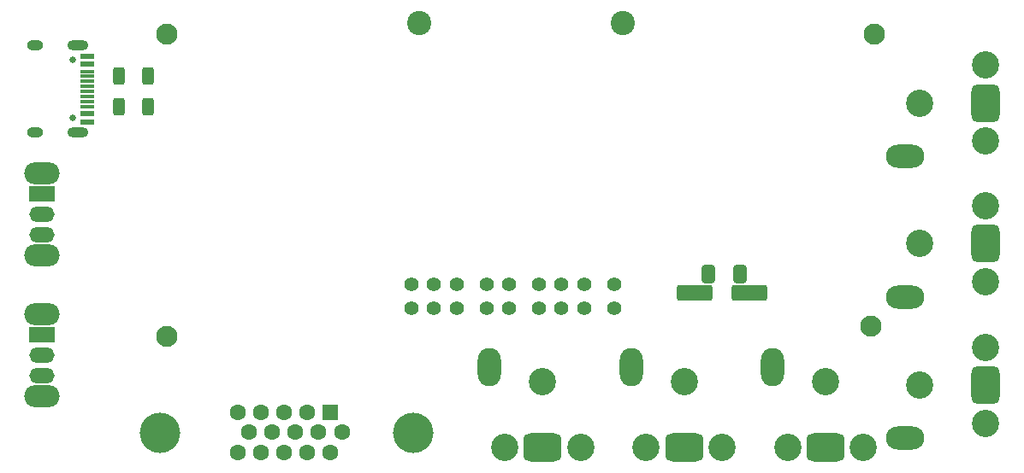
<source format=gbr>
%TF.GenerationSoftware,KiCad,Pcbnew,(6.0.7)*%
%TF.CreationDate,2022-09-12T19:31:41+02:00*%
%TF.ProjectId,Analog2HDMI,416e616c-6f67-4324-9844-4d492e6b6963,rev?*%
%TF.SameCoordinates,Original*%
%TF.FileFunction,Soldermask,Top*%
%TF.FilePolarity,Negative*%
%FSLAX46Y46*%
G04 Gerber Fmt 4.6, Leading zero omitted, Abs format (unit mm)*
G04 Created by KiCad (PCBNEW (6.0.7)) date 2022-09-12 19:31:41*
%MOMM*%
%LPD*%
G01*
G04 APERTURE LIST*
G04 Aperture macros list*
%AMRoundRect*
0 Rectangle with rounded corners*
0 $1 Rounding radius*
0 $2 $3 $4 $5 $6 $7 $8 $9 X,Y pos of 4 corners*
0 Add a 4 corners polygon primitive as box body*
4,1,4,$2,$3,$4,$5,$6,$7,$8,$9,$2,$3,0*
0 Add four circle primitives for the rounded corners*
1,1,$1+$1,$2,$3*
1,1,$1+$1,$4,$5*
1,1,$1+$1,$6,$7*
1,1,$1+$1,$8,$9*
0 Add four rect primitives between the rounded corners*
20,1,$1+$1,$2,$3,$4,$5,0*
20,1,$1+$1,$4,$5,$6,$7,0*
20,1,$1+$1,$6,$7,$8,$9,0*
20,1,$1+$1,$8,$9,$2,$3,0*%
G04 Aperture macros list end*
%ADD10C,0.650000*%
%ADD11R,1.450000X0.600000*%
%ADD12R,1.450000X0.300000*%
%ADD13O,2.100000X1.000000*%
%ADD14O,1.600000X1.000000*%
%ADD15O,3.500000X2.200000*%
%ADD16R,2.500000X1.500000*%
%ADD17O,2.500000X1.500000*%
%ADD18RoundRect,0.250000X0.312500X0.625000X-0.312500X0.625000X-0.312500X-0.625000X0.312500X-0.625000X0*%
%ADD19C,2.100000*%
%ADD20C,2.700000*%
%ADD21O,3.800000X2.300000*%
%ADD22RoundRect,0.700000X-0.700000X1.200000X-0.700000X-1.200000X0.700000X-1.200000X0.700000X1.200000X0*%
%ADD23O,2.300000X3.800000*%
%ADD24RoundRect,0.700000X1.200000X0.700000X-1.200000X0.700000X-1.200000X-0.700000X1.200000X-0.700000X0*%
%ADD25C,2.400000*%
%ADD26C,1.400000*%
%ADD27C,4.000000*%
%ADD28R,1.600000X1.600000*%
%ADD29C,1.600000*%
%ADD30RoundRect,0.250000X-1.500000X-0.550000X1.500000X-0.550000X1.500000X0.550000X-1.500000X0.550000X0*%
%ADD31RoundRect,0.250000X-0.412500X-0.650000X0.412500X-0.650000X0.412500X0.650000X-0.412500X0.650000X0*%
G04 APERTURE END LIST*
D10*
%TO.C,J1*%
X105610000Y-57545000D03*
X105610000Y-63325000D03*
D11*
X107055000Y-57185000D03*
X107055000Y-57985000D03*
D12*
X107055000Y-59185000D03*
X107055000Y-60185000D03*
X107055000Y-60685000D03*
X107055000Y-61685000D03*
D11*
X107055000Y-62885000D03*
X107055000Y-63685000D03*
X107055000Y-63685000D03*
X107055000Y-62885000D03*
D12*
X107055000Y-62185000D03*
X107055000Y-61185000D03*
X107055000Y-59685000D03*
X107055000Y-58685000D03*
D11*
X107055000Y-57985000D03*
X107055000Y-57185000D03*
D13*
X106140000Y-56115000D03*
X106140000Y-64755000D03*
D14*
X101960000Y-56115000D03*
X101960000Y-64755000D03*
%TD*%
D15*
%TO.C,SW1*%
X102616000Y-76966000D03*
X102616000Y-68766000D03*
D16*
X102616000Y-70866000D03*
D17*
X102616000Y-72866000D03*
X102616000Y-74866000D03*
%TD*%
D15*
%TO.C,SW2*%
X102616000Y-90936000D03*
X102616000Y-82736000D03*
D16*
X102616000Y-84836000D03*
D17*
X102616000Y-86836000D03*
X102616000Y-88836000D03*
%TD*%
D18*
%TO.C,R1*%
X113123749Y-59179228D03*
X110198749Y-59179228D03*
%TD*%
D19*
%TO.C,H4*%
X184661249Y-83979228D03*
%TD*%
%TO.C,H3*%
X185000000Y-55000000D03*
%TD*%
D20*
%TO.C,J6*%
X189500000Y-75785000D03*
X196000000Y-72035000D03*
X196000000Y-79535000D03*
D21*
X188000000Y-81035000D03*
D22*
X196000000Y-75785000D03*
%TD*%
D20*
%TO.C,J8*%
X196000000Y-65580000D03*
X189500000Y-61830000D03*
X196000000Y-58080000D03*
D21*
X188000000Y-67080000D03*
D22*
X196000000Y-61830000D03*
%TD*%
D20*
%TO.C,J7*%
X189500000Y-89830000D03*
X196000000Y-93580000D03*
X196000000Y-86080000D03*
D21*
X188000000Y-95080000D03*
D22*
X196000000Y-89830000D03*
%TD*%
D19*
%TO.C,H1*%
X115000000Y-55000000D03*
%TD*%
%TO.C,H2*%
X115000000Y-85000000D03*
%TD*%
D20*
%TO.C,J5*%
X180170000Y-89500000D03*
X176420000Y-96000000D03*
X183920000Y-96000000D03*
D23*
X174920000Y-88000000D03*
D24*
X180170000Y-96000000D03*
%TD*%
D20*
%TO.C,J3*%
X155920000Y-96000000D03*
X152170000Y-89500000D03*
X148420000Y-96000000D03*
D23*
X146920000Y-88000000D03*
D24*
X152170000Y-96000000D03*
%TD*%
D25*
%TO.C,U1*%
X160075000Y-53885000D03*
X139925000Y-53885000D03*
D26*
X139195000Y-79825000D03*
X141415000Y-79825000D03*
X143635000Y-79825000D03*
X146615000Y-79825000D03*
X148835000Y-79825000D03*
X151815000Y-79825000D03*
X154035000Y-79825000D03*
X156255000Y-79825000D03*
X159235000Y-79825000D03*
X159235000Y-82215000D03*
X156255000Y-82215000D03*
X141415000Y-82215000D03*
X143635000Y-82215000D03*
X148835000Y-82215000D03*
X154035000Y-82215000D03*
X139195000Y-82215000D03*
X146615000Y-82215000D03*
X151815000Y-82215000D03*
%TD*%
D27*
%TO.C,J2*%
X139318950Y-94549005D03*
X114318950Y-94549005D03*
D28*
X131133950Y-92499005D03*
D29*
X128843950Y-92499005D03*
X126553950Y-92499005D03*
X124263950Y-92499005D03*
X121973950Y-92499005D03*
X132278950Y-94479005D03*
X129988950Y-94479005D03*
X127698950Y-94479005D03*
X125408950Y-94479005D03*
X123118950Y-94479005D03*
X131133950Y-96459005D03*
X128843950Y-96459005D03*
X126553950Y-96459005D03*
X124263950Y-96459005D03*
X121973950Y-96459005D03*
%TD*%
D20*
%TO.C,J4*%
X162411249Y-96000000D03*
X166161249Y-89500000D03*
X169911249Y-96000000D03*
D23*
X160911249Y-88000000D03*
D24*
X166161249Y-96000000D03*
%TD*%
D30*
%TO.C,C2*%
X167211249Y-80679228D03*
X172611249Y-80679228D03*
%TD*%
D31*
%TO.C,C1*%
X168548749Y-78779228D03*
X171673749Y-78779228D03*
%TD*%
D18*
%TO.C,R2*%
X113123749Y-62179228D03*
X110198749Y-62179228D03*
%TD*%
M02*

</source>
